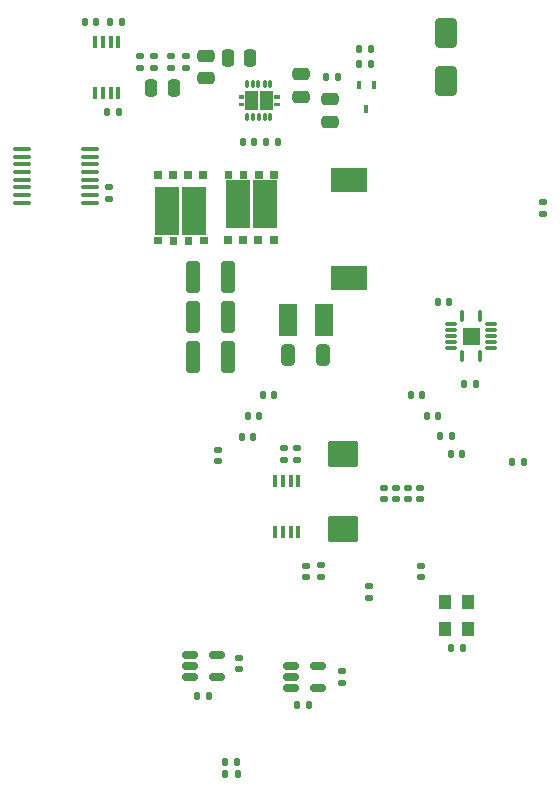
<source format=gtp>
G04 #@! TF.GenerationSoftware,KiCad,Pcbnew,7.0.1*
G04 #@! TF.CreationDate,2024-04-18T01:50:12+02:00*
G04 #@! TF.ProjectId,NerdAxe_ultra,4e657264-4178-4655-9f75-6c7472612e6b,rev?*
G04 #@! TF.SameCoordinates,Original*
G04 #@! TF.FileFunction,Paste,Top*
G04 #@! TF.FilePolarity,Positive*
%FSLAX46Y46*%
G04 Gerber Fmt 4.6, Leading zero omitted, Abs format (unit mm)*
G04 Created by KiCad (PCBNEW 7.0.1) date 2024-04-18 01:50:12*
%MOMM*%
%LPD*%
G01*
G04 APERTURE LIST*
G04 Aperture macros list*
%AMRoundRect*
0 Rectangle with rounded corners*
0 $1 Rounding radius*
0 $2 $3 $4 $5 $6 $7 $8 $9 X,Y pos of 4 corners*
0 Add a 4 corners polygon primitive as box body*
4,1,4,$2,$3,$4,$5,$6,$7,$8,$9,$2,$3,0*
0 Add four circle primitives for the rounded corners*
1,1,$1+$1,$2,$3*
1,1,$1+$1,$4,$5*
1,1,$1+$1,$6,$7*
1,1,$1+$1,$8,$9*
0 Add four rect primitives between the rounded corners*
20,1,$1+$1,$2,$3,$4,$5,0*
20,1,$1+$1,$4,$5,$6,$7,0*
20,1,$1+$1,$6,$7,$8,$9,0*
20,1,$1+$1,$8,$9,$2,$3,0*%
G04 Aperture macros list end*
%ADD10C,0.010000*%
%ADD11C,0.001000*%
%ADD12RoundRect,0.250000X0.475000X-0.250000X0.475000X0.250000X-0.475000X0.250000X-0.475000X-0.250000X0*%
%ADD13RoundRect,0.140000X0.140000X0.170000X-0.140000X0.170000X-0.140000X-0.170000X0.140000X-0.170000X0*%
%ADD14RoundRect,0.100000X-0.637500X-0.100000X0.637500X-0.100000X0.637500X0.100000X-0.637500X0.100000X0*%
%ADD15RoundRect,0.140000X-0.170000X0.140000X-0.170000X-0.140000X0.170000X-0.140000X0.170000X0.140000X0*%
%ADD16RoundRect,0.135000X-0.185000X0.135000X-0.185000X-0.135000X0.185000X-0.135000X0.185000X0.135000X0*%
%ADD17RoundRect,0.250000X-0.650000X1.000000X-0.650000X-1.000000X0.650000X-1.000000X0.650000X1.000000X0*%
%ADD18RoundRect,0.250000X-0.250000X-0.475000X0.250000X-0.475000X0.250000X0.475000X-0.250000X0.475000X0*%
%ADD19RoundRect,0.250000X-0.475000X0.250000X-0.475000X-0.250000X0.475000X-0.250000X0.475000X0.250000X0*%
%ADD20RoundRect,0.150000X-0.512500X-0.150000X0.512500X-0.150000X0.512500X0.150000X-0.512500X0.150000X0*%
%ADD21RoundRect,0.135000X0.135000X0.185000X-0.135000X0.185000X-0.135000X-0.185000X0.135000X-0.185000X0*%
%ADD22R,0.400000X1.100000*%
%ADD23RoundRect,0.007800X-0.122200X0.442200X-0.122200X-0.442200X0.122200X-0.442200X0.122200X0.442200X0*%
%ADD24RoundRect,0.007800X-0.442200X-0.122200X0.442200X-0.122200X0.442200X0.122200X-0.442200X0.122200X0*%
%ADD25RoundRect,0.135000X0.185000X-0.135000X0.185000X0.135000X-0.185000X0.135000X-0.185000X-0.135000X0*%
%ADD26R,3.100000X2.000000*%
%ADD27RoundRect,0.140000X0.170000X-0.140000X0.170000X0.140000X-0.170000X0.140000X-0.170000X-0.140000X0*%
%ADD28RoundRect,0.140000X-0.140000X-0.170000X0.140000X-0.170000X0.140000X0.170000X-0.140000X0.170000X0*%
%ADD29RoundRect,0.250000X-1.025000X0.875000X-1.025000X-0.875000X1.025000X-0.875000X1.025000X0.875000X0*%
%ADD30R,0.700000X0.800000*%
%ADD31RoundRect,0.135000X-0.135000X-0.185000X0.135000X-0.185000X0.135000X0.185000X-0.135000X0.185000X0*%
%ADD32RoundRect,0.007874X-0.112126X0.292126X-0.112126X-0.292126X0.112126X-0.292126X0.112126X0.292126X0*%
%ADD33R,1.600000X2.700000*%
%ADD34RoundRect,0.250000X-0.325000X-1.100000X0.325000X-1.100000X0.325000X1.100000X-0.325000X1.100000X0*%
%ADD35R,1.100000X1.300000*%
%ADD36R,0.450000X0.700000*%
%ADD37RoundRect,0.250000X0.325000X0.650000X-0.325000X0.650000X-0.325000X-0.650000X0.325000X-0.650000X0*%
G04 APERTURE END LIST*
D10*
X117072000Y-102026200D02*
X115772000Y-102026200D01*
X115772000Y-100726200D01*
X117072000Y-100726200D01*
X117072000Y-102026200D01*
G36*
X117072000Y-102026200D02*
G01*
X115772000Y-102026200D01*
X115772000Y-100726200D01*
X117072000Y-100726200D01*
X117072000Y-102026200D01*
G37*
X98691000Y-87980000D02*
X98161000Y-87970000D01*
X98161000Y-87410000D01*
X98691000Y-87410000D01*
X98691000Y-87980000D01*
G36*
X98691000Y-87980000D02*
G01*
X98161000Y-87970000D01*
X98161000Y-87410000D01*
X98691000Y-87410000D01*
X98691000Y-87980000D01*
G37*
X97391000Y-87980000D02*
X96861000Y-87970000D01*
X96861000Y-87410000D01*
X97391000Y-87410000D01*
X97391000Y-87980000D01*
G36*
X97391000Y-87980000D02*
G01*
X96861000Y-87970000D01*
X96861000Y-87410000D01*
X97391000Y-87410000D01*
X97391000Y-87980000D01*
G37*
X99981000Y-88000000D02*
X99451000Y-87990000D01*
X99451000Y-87430000D01*
X99981000Y-87430000D01*
X99981000Y-88000000D01*
G36*
X99981000Y-88000000D02*
G01*
X99451000Y-87990000D01*
X99451000Y-87430000D01*
X99981000Y-87430000D01*
X99981000Y-88000000D01*
G37*
X96091000Y-88000000D02*
X95561000Y-87990000D01*
X95561000Y-87430000D01*
X96091000Y-87430000D01*
X96091000Y-88000000D01*
G36*
X96091000Y-88000000D02*
G01*
X95561000Y-87990000D01*
X95561000Y-87430000D01*
X96091000Y-87430000D01*
X96091000Y-88000000D01*
G37*
X97621000Y-92180000D02*
X95701000Y-92180000D01*
X95701000Y-88200000D01*
X97621000Y-88200000D01*
X97621000Y-92180000D01*
G36*
X97621000Y-92180000D02*
G01*
X95701000Y-92180000D01*
X95701000Y-88200000D01*
X97621000Y-88200000D01*
X97621000Y-92180000D01*
G37*
X99901000Y-92190000D02*
X97981000Y-92190000D01*
X97981000Y-88210000D01*
X99901000Y-88210000D01*
X99901000Y-92190000D01*
G36*
X99901000Y-92190000D02*
G01*
X97981000Y-92190000D01*
X97981000Y-88210000D01*
X99901000Y-88210000D01*
X99901000Y-92190000D01*
G37*
D11*
X100146291Y-81211200D02*
X99776291Y-81211200D01*
X99776291Y-80961200D01*
X100146291Y-80961200D01*
X100146291Y-81211200D01*
G36*
X100146291Y-81211200D02*
G01*
X99776291Y-81211200D01*
X99776291Y-80961200D01*
X100146291Y-80961200D01*
X100146291Y-81211200D01*
G37*
X97116291Y-81211200D02*
X96746291Y-81211200D01*
X96746291Y-80961200D01*
X97116291Y-80961200D01*
X97116291Y-81211200D01*
G36*
X97116291Y-81211200D02*
G01*
X96746291Y-81211200D01*
X96746291Y-80961200D01*
X97116291Y-80961200D01*
X97116291Y-81211200D01*
G37*
X100146291Y-81861200D02*
X99776291Y-81861200D01*
X99776291Y-81611200D01*
X100146291Y-81611200D01*
X100146291Y-81861200D01*
G36*
X100146291Y-81861200D02*
G01*
X99776291Y-81861200D01*
X99776291Y-81611200D01*
X100146291Y-81611200D01*
X100146291Y-81861200D01*
G37*
X97116291Y-81861200D02*
X96746291Y-81861200D01*
X96746291Y-81611200D01*
X97116291Y-81611200D01*
X97116291Y-81861200D01*
G36*
X97116291Y-81861200D02*
G01*
X96746291Y-81861200D01*
X96746291Y-81611200D01*
X97116291Y-81611200D01*
X97116291Y-81861200D01*
G37*
X99556291Y-82121200D02*
X98546291Y-82121200D01*
X98546291Y-80671200D01*
X99556291Y-80671200D01*
X99556291Y-82121200D01*
G36*
X99556291Y-82121200D02*
G01*
X98546291Y-82121200D01*
X98546291Y-80671200D01*
X99556291Y-80671200D01*
X99556291Y-82121200D01*
G37*
X98336291Y-82121200D02*
X97326291Y-82121200D01*
X97326291Y-80671200D01*
X98336291Y-80671200D01*
X98336291Y-82121200D01*
G36*
X98336291Y-82121200D02*
G01*
X97326291Y-82121200D01*
X97326291Y-80671200D01*
X98336291Y-80671200D01*
X98336291Y-82121200D01*
G37*
D10*
X91439287Y-92986164D02*
X91439287Y-93546164D01*
X90909287Y-93546164D01*
X90909287Y-92976164D01*
X91439287Y-92986164D01*
G36*
X91439287Y-92986164D02*
G01*
X91439287Y-93546164D01*
X90909287Y-93546164D01*
X90909287Y-92976164D01*
X91439287Y-92986164D01*
G37*
X92739287Y-92986164D02*
X92739287Y-93546164D01*
X92209287Y-93546164D01*
X92209287Y-92976164D01*
X92739287Y-92986164D01*
G36*
X92739287Y-92986164D02*
G01*
X92739287Y-93546164D01*
X92209287Y-93546164D01*
X92209287Y-92976164D01*
X92739287Y-92986164D01*
G37*
X90149287Y-92966164D02*
X90149287Y-93526164D01*
X89619287Y-93526164D01*
X89619287Y-92956164D01*
X90149287Y-92966164D01*
G36*
X90149287Y-92966164D02*
G01*
X90149287Y-93526164D01*
X89619287Y-93526164D01*
X89619287Y-92956164D01*
X90149287Y-92966164D01*
G37*
X94039287Y-92966164D02*
X94039287Y-93526164D01*
X93509287Y-93526164D01*
X93509287Y-92956164D01*
X94039287Y-92966164D01*
G36*
X94039287Y-92966164D02*
G01*
X94039287Y-93526164D01*
X93509287Y-93526164D01*
X93509287Y-92956164D01*
X94039287Y-92966164D01*
G37*
X93899287Y-92756164D02*
X91979287Y-92756164D01*
X91979287Y-88776164D01*
X93899287Y-88776164D01*
X93899287Y-92756164D01*
G36*
X93899287Y-92756164D02*
G01*
X91979287Y-92756164D01*
X91979287Y-88776164D01*
X93899287Y-88776164D01*
X93899287Y-92756164D01*
G37*
X91619287Y-92746164D02*
X89699287Y-92746164D01*
X89699287Y-88766164D01*
X91619287Y-88766164D01*
X91619287Y-92746164D01*
G36*
X91619287Y-92746164D02*
G01*
X89699287Y-92746164D01*
X89699287Y-88766164D01*
X91619287Y-88766164D01*
X91619287Y-92746164D01*
G37*
D12*
X104510200Y-83236800D03*
X104510200Y-81336800D03*
D13*
X116836000Y-105476200D03*
X115876000Y-105476200D03*
D14*
X78417500Y-85536200D03*
X78417500Y-86186200D03*
X78417500Y-86836200D03*
X78417500Y-87486200D03*
X78417500Y-88136200D03*
X78417500Y-88786200D03*
X78417500Y-89436200D03*
X78417500Y-90086200D03*
X84142500Y-90086200D03*
X84142500Y-89436200D03*
X84142500Y-88786200D03*
X84142500Y-88136200D03*
X84142500Y-87486200D03*
X84142500Y-86836200D03*
X84142500Y-86186200D03*
X84142500Y-85536200D03*
D15*
X109093000Y-114229000D03*
X109093000Y-115189000D03*
D16*
X88392300Y-77701200D03*
X88392300Y-78721200D03*
D17*
X114300000Y-75756000D03*
X114300000Y-79756000D03*
D13*
X115730000Y-127810000D03*
X114770000Y-127810000D03*
D18*
X95850000Y-77811200D03*
X97750000Y-77811200D03*
D13*
X114780000Y-109855000D03*
X113820000Y-109855000D03*
D19*
X102027600Y-79200600D03*
X102027600Y-81100600D03*
D15*
X105540000Y-129760000D03*
X105540000Y-130720000D03*
D18*
X89350000Y-80411200D03*
X91250000Y-80411200D03*
D20*
X92615500Y-128358000D03*
X92615500Y-129308000D03*
X92615500Y-130258000D03*
X94890500Y-130258000D03*
X94890500Y-128358000D03*
D21*
X107952000Y-77089000D03*
X106932000Y-77089000D03*
D20*
X101182500Y-129290000D03*
X101182500Y-130240000D03*
X101182500Y-131190000D03*
X103457500Y-131190000D03*
X103457500Y-129290000D03*
D15*
X107823000Y-122583000D03*
X107823000Y-123543000D03*
D22*
X101813000Y-113674000D03*
X101163000Y-113674000D03*
X100513000Y-113674000D03*
X99863000Y-113674000D03*
X99863000Y-117974000D03*
X100513000Y-117974000D03*
X101163000Y-117974000D03*
X101813000Y-117974000D03*
D13*
X99780000Y-106351200D03*
X98820000Y-106351200D03*
D23*
X115672000Y-99691200D03*
D24*
X114737000Y-100376200D03*
X114737000Y-100876200D03*
X114737000Y-101376200D03*
X114737000Y-101876200D03*
X114737000Y-102376200D03*
D23*
X115672000Y-103061200D03*
X117172000Y-103061200D03*
D24*
X118107000Y-102376200D03*
X118107000Y-101876200D03*
X118107000Y-101376200D03*
X118107000Y-100876200D03*
X118107000Y-100376200D03*
D23*
X117172000Y-99691200D03*
D16*
X92300000Y-77701200D03*
X92300000Y-78721200D03*
D25*
X122555000Y-91061000D03*
X122555000Y-90041000D03*
D26*
X106100000Y-88151200D03*
X106100000Y-96471200D03*
D25*
X91000000Y-78721200D03*
X91000000Y-77701200D03*
D13*
X98490000Y-108151200D03*
X97530000Y-108151200D03*
D21*
X86870000Y-74803000D03*
X85850000Y-74803000D03*
D27*
X103759000Y-121765000D03*
X103759000Y-120805000D03*
D15*
X95000000Y-111020000D03*
X95000000Y-111980000D03*
D19*
X94000000Y-77661200D03*
X94000000Y-79561200D03*
D22*
X84623000Y-80763000D03*
X85273000Y-80763000D03*
X85923000Y-80763000D03*
X86573000Y-80763000D03*
X86573000Y-76463000D03*
X85923000Y-76463000D03*
X85273000Y-76463000D03*
X84623000Y-76463000D03*
D28*
X104168000Y-79469800D03*
X105128000Y-79469800D03*
D27*
X85741200Y-89761000D03*
X85741200Y-88801000D03*
D15*
X111125000Y-114229000D03*
X111125000Y-115189000D03*
X110109000Y-114229000D03*
X110109000Y-115189000D03*
D16*
X89600000Y-77701200D03*
X89600000Y-78721200D03*
D27*
X102489000Y-121800000D03*
X102489000Y-120840000D03*
D29*
X105600000Y-111360000D03*
X105600000Y-117760000D03*
D30*
X95851000Y-93252500D03*
X97149300Y-93252500D03*
X98412700Y-93252500D03*
X99711000Y-93252500D03*
D31*
X119886000Y-112014000D03*
X120906000Y-112014000D03*
D27*
X101727000Y-111859000D03*
X101727000Y-110899000D03*
D31*
X95640000Y-138480000D03*
X96660000Y-138480000D03*
D28*
X83721000Y-74803000D03*
X84681000Y-74803000D03*
D32*
X99446291Y-80011200D03*
X98946291Y-80011200D03*
X98416291Y-80011200D03*
X97946291Y-80011200D03*
X97446291Y-80011200D03*
X97446291Y-82811200D03*
X97946291Y-82811200D03*
X98446291Y-82811200D03*
X98946291Y-82811200D03*
X99446291Y-82811200D03*
D28*
X93253000Y-131818000D03*
X94213000Y-131818000D03*
D13*
X113620000Y-108141200D03*
X112660000Y-108141200D03*
D33*
X103951000Y-100030000D03*
X100951000Y-100030000D03*
D30*
X93749287Y-87703664D03*
X92450987Y-87703664D03*
X91187587Y-87703664D03*
X89889287Y-87703664D03*
D31*
X85596000Y-82423000D03*
X86616000Y-82423000D03*
D28*
X97097600Y-84911200D03*
X98057600Y-84911200D03*
D34*
X92906000Y-96360000D03*
X95856000Y-96360000D03*
D35*
X116140000Y-126170000D03*
X116140000Y-123870000D03*
X114240000Y-123870000D03*
X114240000Y-126170000D03*
D31*
X99067600Y-84911200D03*
X100087600Y-84911200D03*
D21*
X107952000Y-78359000D03*
X106932000Y-78359000D03*
D13*
X115669000Y-111379000D03*
X114709000Y-111379000D03*
D28*
X101730000Y-132610000D03*
X102690000Y-132610000D03*
D27*
X112160000Y-121800000D03*
X112160000Y-120840000D03*
D36*
X108219000Y-80153000D03*
X106919000Y-80153000D03*
X107569000Y-82153000D03*
D25*
X100584000Y-111889000D03*
X100584000Y-110869000D03*
D13*
X98000000Y-109891200D03*
X97040000Y-109891200D03*
X112290000Y-106351200D03*
X111330000Y-106351200D03*
D28*
X95640000Y-137410000D03*
X96600000Y-137410000D03*
D13*
X114582000Y-98466200D03*
X113622000Y-98466200D03*
D37*
X103886000Y-103000000D03*
X100936000Y-103000000D03*
D15*
X96763000Y-128638000D03*
X96763000Y-129598000D03*
D34*
X92866000Y-99770000D03*
X95816000Y-99770000D03*
D15*
X112141000Y-114229000D03*
X112141000Y-115189000D03*
D34*
X92866000Y-103130000D03*
X95816000Y-103130000D03*
M02*

</source>
